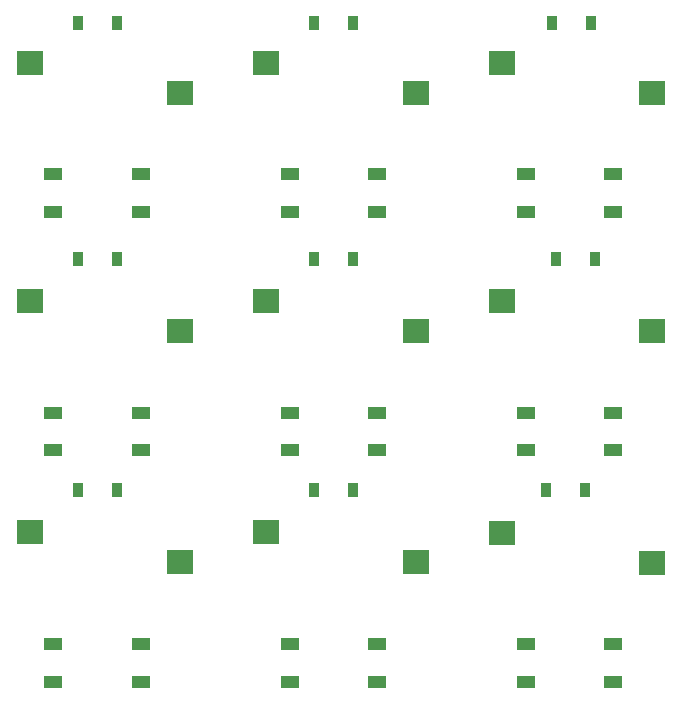
<source format=gtp>
%TF.GenerationSoftware,KiCad,Pcbnew,6.0.4-6f826c9f35~116~ubuntu20.04.1*%
%TF.CreationDate,2022-10-29T14:33:55+02:00*%
%TF.ProjectId,SofleTestBoard,536f666c-6554-4657-9374-426f6172642e,rev?*%
%TF.SameCoordinates,Original*%
%TF.FileFunction,Paste,Top*%
%TF.FilePolarity,Positive*%
%FSLAX46Y46*%
G04 Gerber Fmt 4.6, Leading zero omitted, Abs format (unit mm)*
G04 Created by KiCad (PCBNEW 6.0.4-6f826c9f35~116~ubuntu20.04.1) date 2022-10-29 14:33:55*
%MOMM*%
%LPD*%
G01*
G04 APERTURE LIST*
%ADD10R,1.600000X1.000000*%
%ADD11R,2.300000X2.000000*%
%ADD12R,0.900000X1.200000*%
G04 APERTURE END LIST*
D10*
%TO.C,SW4*%
X125300000Y-85669999D03*
X125300000Y-82469999D03*
X132700000Y-82469999D03*
X132700000Y-85669999D03*
D11*
X136000000Y-75589999D03*
X123300000Y-73049999D03*
%TD*%
D10*
%TO.C,SW5*%
X145300000Y-85669999D03*
X145300000Y-82469999D03*
X152700000Y-82469999D03*
X152700000Y-85669999D03*
D11*
X156000000Y-75589999D03*
X143300000Y-73049999D03*
%TD*%
D10*
%TO.C,SW1*%
X125300000Y-65500000D03*
X125300000Y-62300000D03*
X132700000Y-62300000D03*
X132700000Y-65500000D03*
D11*
X136000000Y-55420000D03*
X123300000Y-52880000D03*
%TD*%
D10*
%TO.C,SW9*%
X165300000Y-105300000D03*
X165300000Y-102100000D03*
X172700000Y-102100000D03*
X172700000Y-105300000D03*
D11*
X176000000Y-95220000D03*
X163300000Y-92680000D03*
%TD*%
D10*
%TO.C,SW3*%
X165300000Y-65500000D03*
X165300000Y-62300000D03*
X172700000Y-62300000D03*
X172700000Y-65500000D03*
D11*
X176000000Y-55420000D03*
X163300000Y-52880000D03*
%TD*%
D10*
%TO.C,SW6*%
X165300000Y-85669999D03*
X165300000Y-82469999D03*
X172700000Y-82469999D03*
X172700000Y-85669999D03*
D11*
X176000000Y-75589999D03*
X163300000Y-73049999D03*
%TD*%
D10*
%TO.C,SW7*%
X125300000Y-105234999D03*
X125300000Y-102034999D03*
X132700000Y-102034999D03*
X132700000Y-105234999D03*
D11*
X136000000Y-95154999D03*
X123300000Y-92614999D03*
%TD*%
D10*
%TO.C,SW2*%
X145300000Y-65500000D03*
X145300000Y-62300000D03*
X152700000Y-62300000D03*
X152700000Y-65500000D03*
D11*
X156000000Y-55420000D03*
X143300000Y-52880000D03*
%TD*%
D10*
%TO.C,SW8*%
X145300000Y-105234999D03*
X145300000Y-102034999D03*
X152700000Y-102034999D03*
X152700000Y-105234999D03*
D11*
X156000000Y-95154999D03*
X143300000Y-92614999D03*
%TD*%
D12*
%TO.C,D4*%
X130650000Y-69500000D03*
X127350000Y-69500000D03*
%TD*%
%TO.C,D7*%
X130650000Y-89000000D03*
X127350000Y-89000000D03*
%TD*%
%TO.C,D1*%
X130650000Y-49500000D03*
X127350000Y-49500000D03*
%TD*%
%TO.C,D5*%
X150650000Y-69500000D03*
X147350000Y-69500000D03*
%TD*%
%TO.C,D2*%
X150650000Y-49500000D03*
X147350000Y-49500000D03*
%TD*%
%TO.C,D9*%
X170300000Y-89000000D03*
X167000000Y-89000000D03*
%TD*%
%TO.C,D3*%
X170850000Y-49500000D03*
X167550000Y-49500000D03*
%TD*%
%TO.C,D6*%
X171150000Y-69500000D03*
X167850000Y-69500000D03*
%TD*%
%TO.C,D8*%
X150650000Y-89000000D03*
X147350000Y-89000000D03*
%TD*%
M02*

</source>
